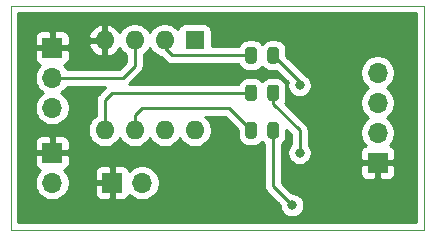
<source format=gbr>
%TF.GenerationSoftware,KiCad,Pcbnew,(5.1.6)-1*%
%TF.CreationDate,2020-09-18T09:58:32+02:00*%
%TF.ProjectId,rainbow-ledbar-CMS,7261696e-626f-4772-9d6c-65646261722d,rev?*%
%TF.SameCoordinates,Original*%
%TF.FileFunction,Copper,L1,Top*%
%TF.FilePolarity,Positive*%
%FSLAX46Y46*%
G04 Gerber Fmt 4.6, Leading zero omitted, Abs format (unit mm)*
G04 Created by KiCad (PCBNEW (5.1.6)-1) date 2020-09-18 09:58:32*
%MOMM*%
%LPD*%
G01*
G04 APERTURE LIST*
%TA.AperFunction,Profile*%
%ADD10C,0.050000*%
%TD*%
%TA.AperFunction,ComponentPad*%
%ADD11R,1.700000X1.700000*%
%TD*%
%TA.AperFunction,ComponentPad*%
%ADD12O,1.700000X1.700000*%
%TD*%
%TA.AperFunction,ComponentPad*%
%ADD13R,1.600000X1.600000*%
%TD*%
%TA.AperFunction,ComponentPad*%
%ADD14O,1.600000X1.600000*%
%TD*%
%TA.AperFunction,ViaPad*%
%ADD15C,0.800000*%
%TD*%
%TA.AperFunction,Conductor*%
%ADD16C,0.250000*%
%TD*%
%TA.AperFunction,Conductor*%
%ADD17C,0.254000*%
%TD*%
G04 APERTURE END LIST*
D10*
X140000000Y-91000000D02*
X140000000Y-72000000D01*
X175000000Y-91000000D02*
X140000000Y-91000000D01*
X175000000Y-72000000D02*
X175000000Y-91000000D01*
X140000000Y-72000000D02*
X175000000Y-72000000D01*
%TO.P,R1,1*%
%TO.N,B*%
%TA.AperFunction,SMDPad,CuDef*%
G36*
G01*
X159865000Y-79831250D02*
X159865000Y-78918750D01*
G75*
G02*
X160108750Y-78675000I243750J0D01*
G01*
X160596250Y-78675000D01*
G75*
G02*
X160840000Y-78918750I0J-243750D01*
G01*
X160840000Y-79831250D01*
G75*
G02*
X160596250Y-80075000I-243750J0D01*
G01*
X160108750Y-80075000D01*
G75*
G02*
X159865000Y-79831250I0J243750D01*
G01*
G37*
%TD.AperFunction*%
%TO.P,R1,2*%
%TO.N,Net-(Q1-Pad2)*%
%TA.AperFunction,SMDPad,CuDef*%
G36*
G01*
X161740000Y-79831250D02*
X161740000Y-78918750D01*
G75*
G02*
X161983750Y-78675000I243750J0D01*
G01*
X162471250Y-78675000D01*
G75*
G02*
X162715000Y-78918750I0J-243750D01*
G01*
X162715000Y-79831250D01*
G75*
G02*
X162471250Y-80075000I-243750J0D01*
G01*
X161983750Y-80075000D01*
G75*
G02*
X161740000Y-79831250I0J243750D01*
G01*
G37*
%TD.AperFunction*%
%TD*%
%TO.P,R2,2*%
%TO.N,Net-(Q2-Pad2)*%
%TA.AperFunction,SMDPad,CuDef*%
G36*
G01*
X161740000Y-83006250D02*
X161740000Y-82093750D01*
G75*
G02*
X161983750Y-81850000I243750J0D01*
G01*
X162471250Y-81850000D01*
G75*
G02*
X162715000Y-82093750I0J-243750D01*
G01*
X162715000Y-83006250D01*
G75*
G02*
X162471250Y-83250000I-243750J0D01*
G01*
X161983750Y-83250000D01*
G75*
G02*
X161740000Y-83006250I0J243750D01*
G01*
G37*
%TD.AperFunction*%
%TO.P,R2,1*%
%TO.N,G*%
%TA.AperFunction,SMDPad,CuDef*%
G36*
G01*
X159865000Y-83006250D02*
X159865000Y-82093750D01*
G75*
G02*
X160108750Y-81850000I243750J0D01*
G01*
X160596250Y-81850000D01*
G75*
G02*
X160840000Y-82093750I0J-243750D01*
G01*
X160840000Y-83006250D01*
G75*
G02*
X160596250Y-83250000I-243750J0D01*
G01*
X160108750Y-83250000D01*
G75*
G02*
X159865000Y-83006250I0J243750D01*
G01*
G37*
%TD.AperFunction*%
%TD*%
%TO.P,R3,1*%
%TO.N,R*%
%TA.AperFunction,SMDPad,CuDef*%
G36*
G01*
X159865000Y-76656250D02*
X159865000Y-75743750D01*
G75*
G02*
X160108750Y-75500000I243750J0D01*
G01*
X160596250Y-75500000D01*
G75*
G02*
X160840000Y-75743750I0J-243750D01*
G01*
X160840000Y-76656250D01*
G75*
G02*
X160596250Y-76900000I-243750J0D01*
G01*
X160108750Y-76900000D01*
G75*
G02*
X159865000Y-76656250I0J243750D01*
G01*
G37*
%TD.AperFunction*%
%TO.P,R3,2*%
%TO.N,Net-(Q3-Pad2)*%
%TA.AperFunction,SMDPad,CuDef*%
G36*
G01*
X161740000Y-76656250D02*
X161740000Y-75743750D01*
G75*
G02*
X161983750Y-75500000I243750J0D01*
G01*
X162471250Y-75500000D01*
G75*
G02*
X162715000Y-75743750I0J-243750D01*
G01*
X162715000Y-76656250D01*
G75*
G02*
X162471250Y-76900000I-243750J0D01*
G01*
X161983750Y-76900000D01*
G75*
G02*
X161740000Y-76656250I0J243750D01*
G01*
G37*
%TD.AperFunction*%
%TD*%
D11*
%TO.P,J1,1*%
%TO.N,GNDREF*%
X171069000Y-85300000D03*
D12*
%TO.P,J1,2*%
%TO.N,Net-(J1-Pad2)*%
X171069000Y-82760000D03*
%TO.P,J1,3*%
%TO.N,Net-(J1-Pad3)*%
X171069000Y-80220000D03*
%TO.P,J1,4*%
%TO.N,Net-(J1-Pad4)*%
X171069000Y-77680000D03*
%TD*%
D11*
%TO.P,J2,1*%
%TO.N,GNDREF*%
X148590000Y-86995000D03*
D12*
%TO.P,J2,2*%
%TO.N,Net-(D1-Pad2)*%
X151130000Y-86995000D03*
%TD*%
%TO.P,J3,2*%
%TO.N,PushButton*%
X143510000Y-86995000D03*
D11*
%TO.P,J3,1*%
%TO.N,GNDREF*%
X143510000Y-84455000D03*
%TD*%
%TO.P,J5,1*%
%TO.N,GNDREF*%
X143510000Y-75565000D03*
D12*
%TO.P,J5,2*%
%TO.N,Potentiom\u00E8tre*%
X143510000Y-78105000D03*
%TO.P,J5,3*%
%TO.N,VCC*%
X143510000Y-80645000D03*
%TD*%
D13*
%TO.P,U1,1*%
%TO.N,Net-(U1-Pad1)*%
X155575000Y-74930000D03*
D14*
%TO.P,U1,5*%
%TO.N,B*%
X147955000Y-82550000D03*
%TO.P,U1,2*%
%TO.N,R*%
X153035000Y-74930000D03*
%TO.P,U1,6*%
%TO.N,G*%
X150495000Y-82550000D03*
%TO.P,U1,3*%
%TO.N,Potentiom\u00E8tre*%
X150495000Y-74930000D03*
%TO.P,U1,7*%
%TO.N,PushButton*%
X153035000Y-82550000D03*
%TO.P,U1,4*%
%TO.N,GNDREF*%
X147955000Y-74930000D03*
%TO.P,U1,8*%
%TO.N,VCC*%
X155575000Y-82550000D03*
%TD*%
D15*
%TO.N,GNDREF*%
X153000000Y-78000000D03*
X173000000Y-74000000D03*
X173000000Y-89000000D03*
X156210000Y-84455000D03*
X146050000Y-88900000D03*
X159385000Y-73660000D03*
%TO.N,Net-(Q1-Pad2)*%
X164465000Y-84455000D03*
%TO.N,Net-(Q2-Pad2)*%
X163830000Y-88900000D03*
%TO.N,Net-(Q3-Pad2)*%
X164465000Y-78740000D03*
%TD*%
D16*
%TO.N,Potentiom\u00E8tre*%
X143510000Y-78105000D02*
X149479000Y-78105000D01*
X150495000Y-77089000D02*
X150495000Y-74930000D01*
X149479000Y-78105000D02*
X150495000Y-77089000D01*
%TO.N,Net-(Q1-Pad2)*%
X162227500Y-79375000D02*
X162227500Y-80312500D01*
X162227500Y-80312500D02*
X164465000Y-82550000D01*
X164465000Y-82550000D02*
X164465000Y-84455000D01*
%TO.N,Net-(Q2-Pad2)*%
X163195000Y-88265000D02*
X163830000Y-88900000D01*
X162227500Y-82550000D02*
X162227500Y-87297500D01*
X162227500Y-87297500D02*
X163195000Y-88265000D01*
%TO.N,Net-(Q3-Pad2)*%
X162227500Y-76200000D02*
X164465000Y-78437500D01*
X164465000Y-78437500D02*
X164465000Y-78740000D01*
%TO.N,B*%
X147955000Y-82550000D02*
X147955000Y-80010000D01*
X148590000Y-79375000D02*
X160352500Y-79375000D01*
X147955000Y-80010000D02*
X148590000Y-79375000D01*
%TO.N,G*%
X150495000Y-82550000D02*
X150495000Y-81280000D01*
X150495000Y-81280000D02*
X151130000Y-80645000D01*
X158447500Y-80645000D02*
X160352500Y-82550000D01*
X151130000Y-80645000D02*
X158447500Y-80645000D01*
%TO.N,R*%
X153035000Y-74930000D02*
X153035000Y-75565000D01*
X153670000Y-76200000D02*
X160352500Y-76200000D01*
X153035000Y-75565000D02*
X153670000Y-76200000D01*
%TD*%
D17*
%TO.N,GNDREF*%
G36*
X174340001Y-90340000D02*
G01*
X140660000Y-90340000D01*
X140660000Y-85305000D01*
X142021928Y-85305000D01*
X142034188Y-85429482D01*
X142070498Y-85549180D01*
X142129463Y-85659494D01*
X142208815Y-85756185D01*
X142305506Y-85835537D01*
X142415820Y-85894502D01*
X142488380Y-85916513D01*
X142356525Y-86048368D01*
X142194010Y-86291589D01*
X142082068Y-86561842D01*
X142025000Y-86848740D01*
X142025000Y-87141260D01*
X142082068Y-87428158D01*
X142194010Y-87698411D01*
X142356525Y-87941632D01*
X142563368Y-88148475D01*
X142806589Y-88310990D01*
X143076842Y-88422932D01*
X143363740Y-88480000D01*
X143656260Y-88480000D01*
X143943158Y-88422932D01*
X144213411Y-88310990D01*
X144456632Y-88148475D01*
X144663475Y-87941632D01*
X144728042Y-87845000D01*
X147101928Y-87845000D01*
X147114188Y-87969482D01*
X147150498Y-88089180D01*
X147209463Y-88199494D01*
X147288815Y-88296185D01*
X147385506Y-88375537D01*
X147495820Y-88434502D01*
X147615518Y-88470812D01*
X147740000Y-88483072D01*
X148304250Y-88480000D01*
X148463000Y-88321250D01*
X148463000Y-87122000D01*
X147263750Y-87122000D01*
X147105000Y-87280750D01*
X147101928Y-87845000D01*
X144728042Y-87845000D01*
X144825990Y-87698411D01*
X144937932Y-87428158D01*
X144995000Y-87141260D01*
X144995000Y-86848740D01*
X144937932Y-86561842D01*
X144825990Y-86291589D01*
X144728043Y-86145000D01*
X147101928Y-86145000D01*
X147105000Y-86709250D01*
X147263750Y-86868000D01*
X148463000Y-86868000D01*
X148463000Y-85668750D01*
X148717000Y-85668750D01*
X148717000Y-86868000D01*
X148737000Y-86868000D01*
X148737000Y-87122000D01*
X148717000Y-87122000D01*
X148717000Y-88321250D01*
X148875750Y-88480000D01*
X149440000Y-88483072D01*
X149564482Y-88470812D01*
X149684180Y-88434502D01*
X149794494Y-88375537D01*
X149891185Y-88296185D01*
X149970537Y-88199494D01*
X150029502Y-88089180D01*
X150051513Y-88016620D01*
X150183368Y-88148475D01*
X150426589Y-88310990D01*
X150696842Y-88422932D01*
X150983740Y-88480000D01*
X151276260Y-88480000D01*
X151563158Y-88422932D01*
X151833411Y-88310990D01*
X152076632Y-88148475D01*
X152283475Y-87941632D01*
X152445990Y-87698411D01*
X152557932Y-87428158D01*
X152615000Y-87141260D01*
X152615000Y-86848740D01*
X152557932Y-86561842D01*
X152445990Y-86291589D01*
X152283475Y-86048368D01*
X152076632Y-85841525D01*
X151833411Y-85679010D01*
X151563158Y-85567068D01*
X151276260Y-85510000D01*
X150983740Y-85510000D01*
X150696842Y-85567068D01*
X150426589Y-85679010D01*
X150183368Y-85841525D01*
X150051513Y-85973380D01*
X150029502Y-85900820D01*
X149970537Y-85790506D01*
X149891185Y-85693815D01*
X149794494Y-85614463D01*
X149684180Y-85555498D01*
X149564482Y-85519188D01*
X149440000Y-85506928D01*
X148875750Y-85510000D01*
X148717000Y-85668750D01*
X148463000Y-85668750D01*
X148304250Y-85510000D01*
X147740000Y-85506928D01*
X147615518Y-85519188D01*
X147495820Y-85555498D01*
X147385506Y-85614463D01*
X147288815Y-85693815D01*
X147209463Y-85790506D01*
X147150498Y-85900820D01*
X147114188Y-86020518D01*
X147101928Y-86145000D01*
X144728043Y-86145000D01*
X144663475Y-86048368D01*
X144531620Y-85916513D01*
X144604180Y-85894502D01*
X144714494Y-85835537D01*
X144811185Y-85756185D01*
X144890537Y-85659494D01*
X144949502Y-85549180D01*
X144985812Y-85429482D01*
X144998072Y-85305000D01*
X144995000Y-84740750D01*
X144836250Y-84582000D01*
X143637000Y-84582000D01*
X143637000Y-84602000D01*
X143383000Y-84602000D01*
X143383000Y-84582000D01*
X142183750Y-84582000D01*
X142025000Y-84740750D01*
X142021928Y-85305000D01*
X140660000Y-85305000D01*
X140660000Y-83605000D01*
X142021928Y-83605000D01*
X142025000Y-84169250D01*
X142183750Y-84328000D01*
X143383000Y-84328000D01*
X143383000Y-83128750D01*
X143637000Y-83128750D01*
X143637000Y-84328000D01*
X144836250Y-84328000D01*
X144995000Y-84169250D01*
X144998072Y-83605000D01*
X144985812Y-83480518D01*
X144949502Y-83360820D01*
X144890537Y-83250506D01*
X144811185Y-83153815D01*
X144714494Y-83074463D01*
X144604180Y-83015498D01*
X144484482Y-82979188D01*
X144360000Y-82966928D01*
X143795750Y-82970000D01*
X143637000Y-83128750D01*
X143383000Y-83128750D01*
X143224250Y-82970000D01*
X142660000Y-82966928D01*
X142535518Y-82979188D01*
X142415820Y-83015498D01*
X142305506Y-83074463D01*
X142208815Y-83153815D01*
X142129463Y-83250506D01*
X142070498Y-83360820D01*
X142034188Y-83480518D01*
X142021928Y-83605000D01*
X140660000Y-83605000D01*
X140660000Y-76415000D01*
X142021928Y-76415000D01*
X142034188Y-76539482D01*
X142070498Y-76659180D01*
X142129463Y-76769494D01*
X142208815Y-76866185D01*
X142305506Y-76945537D01*
X142415820Y-77004502D01*
X142488380Y-77026513D01*
X142356525Y-77158368D01*
X142194010Y-77401589D01*
X142082068Y-77671842D01*
X142025000Y-77958740D01*
X142025000Y-78251260D01*
X142082068Y-78538158D01*
X142194010Y-78808411D01*
X142356525Y-79051632D01*
X142563368Y-79258475D01*
X142737760Y-79375000D01*
X142563368Y-79491525D01*
X142356525Y-79698368D01*
X142194010Y-79941589D01*
X142082068Y-80211842D01*
X142025000Y-80498740D01*
X142025000Y-80791260D01*
X142082068Y-81078158D01*
X142194010Y-81348411D01*
X142356525Y-81591632D01*
X142563368Y-81798475D01*
X142806589Y-81960990D01*
X143076842Y-82072932D01*
X143363740Y-82130000D01*
X143656260Y-82130000D01*
X143943158Y-82072932D01*
X144213411Y-81960990D01*
X144456632Y-81798475D01*
X144663475Y-81591632D01*
X144825990Y-81348411D01*
X144937932Y-81078158D01*
X144995000Y-80791260D01*
X144995000Y-80498740D01*
X144937932Y-80211842D01*
X144825990Y-79941589D01*
X144663475Y-79698368D01*
X144456632Y-79491525D01*
X144282240Y-79375000D01*
X144456632Y-79258475D01*
X144663475Y-79051632D01*
X144788178Y-78865000D01*
X148025198Y-78865000D01*
X147443998Y-79446201D01*
X147415000Y-79469999D01*
X147391202Y-79498997D01*
X147391201Y-79498998D01*
X147320026Y-79585724D01*
X147249454Y-79717754D01*
X147228497Y-79786842D01*
X147205998Y-79861014D01*
X147202552Y-79895998D01*
X147191324Y-80010000D01*
X147195001Y-80047332D01*
X147195000Y-81331956D01*
X147040241Y-81435363D01*
X146840363Y-81635241D01*
X146683320Y-81870273D01*
X146575147Y-82131426D01*
X146520000Y-82408665D01*
X146520000Y-82691335D01*
X146575147Y-82968574D01*
X146683320Y-83229727D01*
X146840363Y-83464759D01*
X147040241Y-83664637D01*
X147275273Y-83821680D01*
X147536426Y-83929853D01*
X147813665Y-83985000D01*
X148096335Y-83985000D01*
X148373574Y-83929853D01*
X148634727Y-83821680D01*
X148869759Y-83664637D01*
X149069637Y-83464759D01*
X149225000Y-83232241D01*
X149380363Y-83464759D01*
X149580241Y-83664637D01*
X149815273Y-83821680D01*
X150076426Y-83929853D01*
X150353665Y-83985000D01*
X150636335Y-83985000D01*
X150913574Y-83929853D01*
X151174727Y-83821680D01*
X151409759Y-83664637D01*
X151609637Y-83464759D01*
X151765000Y-83232241D01*
X151920363Y-83464759D01*
X152120241Y-83664637D01*
X152355273Y-83821680D01*
X152616426Y-83929853D01*
X152893665Y-83985000D01*
X153176335Y-83985000D01*
X153453574Y-83929853D01*
X153714727Y-83821680D01*
X153949759Y-83664637D01*
X154149637Y-83464759D01*
X154305000Y-83232241D01*
X154460363Y-83464759D01*
X154660241Y-83664637D01*
X154895273Y-83821680D01*
X155156426Y-83929853D01*
X155433665Y-83985000D01*
X155716335Y-83985000D01*
X155993574Y-83929853D01*
X156254727Y-83821680D01*
X156489759Y-83664637D01*
X156689637Y-83464759D01*
X156846680Y-83229727D01*
X156954853Y-82968574D01*
X157010000Y-82691335D01*
X157010000Y-82408665D01*
X156954853Y-82131426D01*
X156846680Y-81870273D01*
X156689637Y-81635241D01*
X156489759Y-81435363D01*
X156444317Y-81405000D01*
X158132699Y-81405000D01*
X159226928Y-82499230D01*
X159226928Y-83006250D01*
X159243872Y-83178285D01*
X159294053Y-83343709D01*
X159375542Y-83496164D01*
X159485208Y-83629792D01*
X159618836Y-83739458D01*
X159771291Y-83820947D01*
X159936715Y-83871128D01*
X160108750Y-83888072D01*
X160596250Y-83888072D01*
X160768285Y-83871128D01*
X160933709Y-83820947D01*
X161086164Y-83739458D01*
X161219792Y-83629792D01*
X161290000Y-83544244D01*
X161360208Y-83629792D01*
X161467500Y-83717845D01*
X161467501Y-87260168D01*
X161463824Y-87297500D01*
X161478498Y-87446485D01*
X161521954Y-87589746D01*
X161592526Y-87721776D01*
X161663701Y-87808502D01*
X161687500Y-87837501D01*
X161716498Y-87861299D01*
X162683997Y-88828799D01*
X162684002Y-88828803D01*
X162795000Y-88939801D01*
X162795000Y-89001939D01*
X162834774Y-89201898D01*
X162912795Y-89390256D01*
X163026063Y-89559774D01*
X163170226Y-89703937D01*
X163339744Y-89817205D01*
X163528102Y-89895226D01*
X163728061Y-89935000D01*
X163931939Y-89935000D01*
X164131898Y-89895226D01*
X164320256Y-89817205D01*
X164489774Y-89703937D01*
X164633937Y-89559774D01*
X164747205Y-89390256D01*
X164825226Y-89201898D01*
X164865000Y-89001939D01*
X164865000Y-88798061D01*
X164825226Y-88598102D01*
X164747205Y-88409744D01*
X164633937Y-88240226D01*
X164489774Y-88096063D01*
X164320256Y-87982795D01*
X164131898Y-87904774D01*
X163931939Y-87865000D01*
X163869801Y-87865000D01*
X163758803Y-87754002D01*
X163758799Y-87753997D01*
X162987500Y-86982699D01*
X162987500Y-86150000D01*
X169580928Y-86150000D01*
X169593188Y-86274482D01*
X169629498Y-86394180D01*
X169688463Y-86504494D01*
X169767815Y-86601185D01*
X169864506Y-86680537D01*
X169974820Y-86739502D01*
X170094518Y-86775812D01*
X170219000Y-86788072D01*
X170783250Y-86785000D01*
X170942000Y-86626250D01*
X170942000Y-85427000D01*
X171196000Y-85427000D01*
X171196000Y-86626250D01*
X171354750Y-86785000D01*
X171919000Y-86788072D01*
X172043482Y-86775812D01*
X172163180Y-86739502D01*
X172273494Y-86680537D01*
X172370185Y-86601185D01*
X172449537Y-86504494D01*
X172508502Y-86394180D01*
X172544812Y-86274482D01*
X172557072Y-86150000D01*
X172554000Y-85585750D01*
X172395250Y-85427000D01*
X171196000Y-85427000D01*
X170942000Y-85427000D01*
X169742750Y-85427000D01*
X169584000Y-85585750D01*
X169580928Y-86150000D01*
X162987500Y-86150000D01*
X162987500Y-83717845D01*
X163094792Y-83629792D01*
X163204458Y-83496164D01*
X163285947Y-83343709D01*
X163336128Y-83178285D01*
X163353072Y-83006250D01*
X163353072Y-82512874D01*
X163705000Y-82864802D01*
X163705001Y-83751288D01*
X163661063Y-83795226D01*
X163547795Y-83964744D01*
X163469774Y-84153102D01*
X163430000Y-84353061D01*
X163430000Y-84556939D01*
X163469774Y-84756898D01*
X163547795Y-84945256D01*
X163661063Y-85114774D01*
X163805226Y-85258937D01*
X163974744Y-85372205D01*
X164163102Y-85450226D01*
X164363061Y-85490000D01*
X164566939Y-85490000D01*
X164766898Y-85450226D01*
X164955256Y-85372205D01*
X165124774Y-85258937D01*
X165268937Y-85114774D01*
X165382205Y-84945256D01*
X165460226Y-84756898D01*
X165500000Y-84556939D01*
X165500000Y-84450000D01*
X169580928Y-84450000D01*
X169584000Y-85014250D01*
X169742750Y-85173000D01*
X170942000Y-85173000D01*
X170942000Y-85153000D01*
X171196000Y-85153000D01*
X171196000Y-85173000D01*
X172395250Y-85173000D01*
X172554000Y-85014250D01*
X172557072Y-84450000D01*
X172544812Y-84325518D01*
X172508502Y-84205820D01*
X172449537Y-84095506D01*
X172370185Y-83998815D01*
X172273494Y-83919463D01*
X172163180Y-83860498D01*
X172090620Y-83838487D01*
X172222475Y-83706632D01*
X172384990Y-83463411D01*
X172496932Y-83193158D01*
X172554000Y-82906260D01*
X172554000Y-82613740D01*
X172496932Y-82326842D01*
X172384990Y-82056589D01*
X172222475Y-81813368D01*
X172015632Y-81606525D01*
X171841240Y-81490000D01*
X172015632Y-81373475D01*
X172222475Y-81166632D01*
X172384990Y-80923411D01*
X172496932Y-80653158D01*
X172554000Y-80366260D01*
X172554000Y-80073740D01*
X172496932Y-79786842D01*
X172384990Y-79516589D01*
X172222475Y-79273368D01*
X172015632Y-79066525D01*
X171841240Y-78950000D01*
X172015632Y-78833475D01*
X172222475Y-78626632D01*
X172384990Y-78383411D01*
X172496932Y-78113158D01*
X172554000Y-77826260D01*
X172554000Y-77533740D01*
X172496932Y-77246842D01*
X172384990Y-76976589D01*
X172222475Y-76733368D01*
X172015632Y-76526525D01*
X171772411Y-76364010D01*
X171502158Y-76252068D01*
X171215260Y-76195000D01*
X170922740Y-76195000D01*
X170635842Y-76252068D01*
X170365589Y-76364010D01*
X170122368Y-76526525D01*
X169915525Y-76733368D01*
X169753010Y-76976589D01*
X169641068Y-77246842D01*
X169584000Y-77533740D01*
X169584000Y-77826260D01*
X169641068Y-78113158D01*
X169753010Y-78383411D01*
X169915525Y-78626632D01*
X170122368Y-78833475D01*
X170296760Y-78950000D01*
X170122368Y-79066525D01*
X169915525Y-79273368D01*
X169753010Y-79516589D01*
X169641068Y-79786842D01*
X169584000Y-80073740D01*
X169584000Y-80366260D01*
X169641068Y-80653158D01*
X169753010Y-80923411D01*
X169915525Y-81166632D01*
X170122368Y-81373475D01*
X170296760Y-81490000D01*
X170122368Y-81606525D01*
X169915525Y-81813368D01*
X169753010Y-82056589D01*
X169641068Y-82326842D01*
X169584000Y-82613740D01*
X169584000Y-82906260D01*
X169641068Y-83193158D01*
X169753010Y-83463411D01*
X169915525Y-83706632D01*
X170047380Y-83838487D01*
X169974820Y-83860498D01*
X169864506Y-83919463D01*
X169767815Y-83998815D01*
X169688463Y-84095506D01*
X169629498Y-84205820D01*
X169593188Y-84325518D01*
X169580928Y-84450000D01*
X165500000Y-84450000D01*
X165500000Y-84353061D01*
X165460226Y-84153102D01*
X165382205Y-83964744D01*
X165268937Y-83795226D01*
X165225000Y-83751289D01*
X165225000Y-82587323D01*
X165228676Y-82550000D01*
X165225000Y-82512677D01*
X165225000Y-82512667D01*
X165214003Y-82401014D01*
X165170546Y-82257753D01*
X165099974Y-82125724D01*
X165005001Y-82009999D01*
X164976004Y-81986202D01*
X163241557Y-80251756D01*
X163285947Y-80168709D01*
X163336128Y-80003285D01*
X163353072Y-79831250D01*
X163353072Y-78918750D01*
X163336128Y-78746715D01*
X163285947Y-78581291D01*
X163204458Y-78428836D01*
X163094792Y-78295208D01*
X162961164Y-78185542D01*
X162808709Y-78104053D01*
X162643285Y-78053872D01*
X162471250Y-78036928D01*
X161983750Y-78036928D01*
X161811715Y-78053872D01*
X161646291Y-78104053D01*
X161493836Y-78185542D01*
X161360208Y-78295208D01*
X161290000Y-78380756D01*
X161219792Y-78295208D01*
X161086164Y-78185542D01*
X160933709Y-78104053D01*
X160768285Y-78053872D01*
X160596250Y-78036928D01*
X160108750Y-78036928D01*
X159936715Y-78053872D01*
X159771291Y-78104053D01*
X159618836Y-78185542D01*
X159485208Y-78295208D01*
X159375542Y-78428836D01*
X159294053Y-78581291D01*
X159283827Y-78615000D01*
X150043801Y-78615000D01*
X151006004Y-77652798D01*
X151035001Y-77629001D01*
X151087526Y-77564999D01*
X151129974Y-77513277D01*
X151200546Y-77381247D01*
X151211541Y-77345000D01*
X151244003Y-77237986D01*
X151255000Y-77126333D01*
X151255000Y-77126323D01*
X151258676Y-77089000D01*
X151255000Y-77051678D01*
X151255000Y-76148043D01*
X151409759Y-76044637D01*
X151609637Y-75844759D01*
X151765000Y-75612241D01*
X151920363Y-75844759D01*
X152120241Y-76044637D01*
X152355273Y-76201680D01*
X152616426Y-76309853D01*
X152727058Y-76331859D01*
X153106200Y-76711002D01*
X153129999Y-76740001D01*
X153158997Y-76763799D01*
X153245724Y-76834974D01*
X153377753Y-76905546D01*
X153521014Y-76949003D01*
X153670000Y-76963677D01*
X153707333Y-76960000D01*
X159283827Y-76960000D01*
X159294053Y-76993709D01*
X159375542Y-77146164D01*
X159485208Y-77279792D01*
X159618836Y-77389458D01*
X159771291Y-77470947D01*
X159936715Y-77521128D01*
X160108750Y-77538072D01*
X160596250Y-77538072D01*
X160768285Y-77521128D01*
X160933709Y-77470947D01*
X161086164Y-77389458D01*
X161219792Y-77279792D01*
X161290000Y-77194244D01*
X161360208Y-77279792D01*
X161493836Y-77389458D01*
X161646291Y-77470947D01*
X161811715Y-77521128D01*
X161983750Y-77538072D01*
X162471250Y-77538072D01*
X162489020Y-77536322D01*
X163456671Y-78503973D01*
X163430000Y-78638061D01*
X163430000Y-78841939D01*
X163469774Y-79041898D01*
X163547795Y-79230256D01*
X163661063Y-79399774D01*
X163805226Y-79543937D01*
X163974744Y-79657205D01*
X164163102Y-79735226D01*
X164363061Y-79775000D01*
X164566939Y-79775000D01*
X164766898Y-79735226D01*
X164955256Y-79657205D01*
X165124774Y-79543937D01*
X165268937Y-79399774D01*
X165382205Y-79230256D01*
X165460226Y-79041898D01*
X165500000Y-78841939D01*
X165500000Y-78638061D01*
X165460226Y-78438102D01*
X165382205Y-78249744D01*
X165268937Y-78080226D01*
X165124774Y-77936063D01*
X164955256Y-77822795D01*
X164903771Y-77801469D01*
X163353072Y-76250771D01*
X163353072Y-75743750D01*
X163336128Y-75571715D01*
X163285947Y-75406291D01*
X163204458Y-75253836D01*
X163094792Y-75120208D01*
X162961164Y-75010542D01*
X162808709Y-74929053D01*
X162643285Y-74878872D01*
X162471250Y-74861928D01*
X161983750Y-74861928D01*
X161811715Y-74878872D01*
X161646291Y-74929053D01*
X161493836Y-75010542D01*
X161360208Y-75120208D01*
X161290000Y-75205756D01*
X161219792Y-75120208D01*
X161086164Y-75010542D01*
X160933709Y-74929053D01*
X160768285Y-74878872D01*
X160596250Y-74861928D01*
X160108750Y-74861928D01*
X159936715Y-74878872D01*
X159771291Y-74929053D01*
X159618836Y-75010542D01*
X159485208Y-75120208D01*
X159375542Y-75253836D01*
X159294053Y-75406291D01*
X159283827Y-75440000D01*
X157013072Y-75440000D01*
X157013072Y-74130000D01*
X157000812Y-74005518D01*
X156964502Y-73885820D01*
X156905537Y-73775506D01*
X156826185Y-73678815D01*
X156729494Y-73599463D01*
X156619180Y-73540498D01*
X156499482Y-73504188D01*
X156375000Y-73491928D01*
X154775000Y-73491928D01*
X154650518Y-73504188D01*
X154530820Y-73540498D01*
X154420506Y-73599463D01*
X154323815Y-73678815D01*
X154244463Y-73775506D01*
X154185498Y-73885820D01*
X154149188Y-74005518D01*
X154148357Y-74013961D01*
X153949759Y-73815363D01*
X153714727Y-73658320D01*
X153453574Y-73550147D01*
X153176335Y-73495000D01*
X152893665Y-73495000D01*
X152616426Y-73550147D01*
X152355273Y-73658320D01*
X152120241Y-73815363D01*
X151920363Y-74015241D01*
X151765000Y-74247759D01*
X151609637Y-74015241D01*
X151409759Y-73815363D01*
X151174727Y-73658320D01*
X150913574Y-73550147D01*
X150636335Y-73495000D01*
X150353665Y-73495000D01*
X150076426Y-73550147D01*
X149815273Y-73658320D01*
X149580241Y-73815363D01*
X149380363Y-74015241D01*
X149223320Y-74250273D01*
X149218933Y-74260865D01*
X149107385Y-74074869D01*
X148918414Y-73866481D01*
X148692420Y-73698963D01*
X148438087Y-73578754D01*
X148304039Y-73538096D01*
X148082000Y-73660085D01*
X148082000Y-74803000D01*
X148102000Y-74803000D01*
X148102000Y-75057000D01*
X148082000Y-75057000D01*
X148082000Y-76199915D01*
X148304039Y-76321904D01*
X148438087Y-76281246D01*
X148692420Y-76161037D01*
X148918414Y-75993519D01*
X149107385Y-75785131D01*
X149218933Y-75599135D01*
X149223320Y-75609727D01*
X149380363Y-75844759D01*
X149580241Y-76044637D01*
X149735000Y-76148044D01*
X149735000Y-76774198D01*
X149164199Y-77345000D01*
X144788178Y-77345000D01*
X144663475Y-77158368D01*
X144531620Y-77026513D01*
X144604180Y-77004502D01*
X144714494Y-76945537D01*
X144811185Y-76866185D01*
X144890537Y-76769494D01*
X144949502Y-76659180D01*
X144985812Y-76539482D01*
X144998072Y-76415000D01*
X144995000Y-75850750D01*
X144836250Y-75692000D01*
X143637000Y-75692000D01*
X143637000Y-75712000D01*
X143383000Y-75712000D01*
X143383000Y-75692000D01*
X142183750Y-75692000D01*
X142025000Y-75850750D01*
X142021928Y-76415000D01*
X140660000Y-76415000D01*
X140660000Y-74715000D01*
X142021928Y-74715000D01*
X142025000Y-75279250D01*
X142183750Y-75438000D01*
X143383000Y-75438000D01*
X143383000Y-74238750D01*
X143637000Y-74238750D01*
X143637000Y-75438000D01*
X144836250Y-75438000D01*
X144995000Y-75279250D01*
X144995001Y-75279040D01*
X146563091Y-75279040D01*
X146657930Y-75543881D01*
X146802615Y-75785131D01*
X146991586Y-75993519D01*
X147217580Y-76161037D01*
X147471913Y-76281246D01*
X147605961Y-76321904D01*
X147828000Y-76199915D01*
X147828000Y-75057000D01*
X146684376Y-75057000D01*
X146563091Y-75279040D01*
X144995001Y-75279040D01*
X144998072Y-74715000D01*
X144985812Y-74590518D01*
X144982913Y-74580960D01*
X146563091Y-74580960D01*
X146684376Y-74803000D01*
X147828000Y-74803000D01*
X147828000Y-73660085D01*
X147605961Y-73538096D01*
X147471913Y-73578754D01*
X147217580Y-73698963D01*
X146991586Y-73866481D01*
X146802615Y-74074869D01*
X146657930Y-74316119D01*
X146563091Y-74580960D01*
X144982913Y-74580960D01*
X144949502Y-74470820D01*
X144890537Y-74360506D01*
X144811185Y-74263815D01*
X144714494Y-74184463D01*
X144604180Y-74125498D01*
X144484482Y-74089188D01*
X144360000Y-74076928D01*
X143795750Y-74080000D01*
X143637000Y-74238750D01*
X143383000Y-74238750D01*
X143224250Y-74080000D01*
X142660000Y-74076928D01*
X142535518Y-74089188D01*
X142415820Y-74125498D01*
X142305506Y-74184463D01*
X142208815Y-74263815D01*
X142129463Y-74360506D01*
X142070498Y-74470820D01*
X142034188Y-74590518D01*
X142021928Y-74715000D01*
X140660000Y-74715000D01*
X140660000Y-72660000D01*
X174340000Y-72660000D01*
X174340001Y-90340000D01*
G37*
X174340001Y-90340000D02*
X140660000Y-90340000D01*
X140660000Y-85305000D01*
X142021928Y-85305000D01*
X142034188Y-85429482D01*
X142070498Y-85549180D01*
X142129463Y-85659494D01*
X142208815Y-85756185D01*
X142305506Y-85835537D01*
X142415820Y-85894502D01*
X142488380Y-85916513D01*
X142356525Y-86048368D01*
X142194010Y-86291589D01*
X142082068Y-86561842D01*
X142025000Y-86848740D01*
X142025000Y-87141260D01*
X142082068Y-87428158D01*
X142194010Y-87698411D01*
X142356525Y-87941632D01*
X142563368Y-88148475D01*
X142806589Y-88310990D01*
X143076842Y-88422932D01*
X143363740Y-88480000D01*
X143656260Y-88480000D01*
X143943158Y-88422932D01*
X144213411Y-88310990D01*
X144456632Y-88148475D01*
X144663475Y-87941632D01*
X144728042Y-87845000D01*
X147101928Y-87845000D01*
X147114188Y-87969482D01*
X147150498Y-88089180D01*
X147209463Y-88199494D01*
X147288815Y-88296185D01*
X147385506Y-88375537D01*
X147495820Y-88434502D01*
X147615518Y-88470812D01*
X147740000Y-88483072D01*
X148304250Y-88480000D01*
X148463000Y-88321250D01*
X148463000Y-87122000D01*
X147263750Y-87122000D01*
X147105000Y-87280750D01*
X147101928Y-87845000D01*
X144728042Y-87845000D01*
X144825990Y-87698411D01*
X144937932Y-87428158D01*
X144995000Y-87141260D01*
X144995000Y-86848740D01*
X144937932Y-86561842D01*
X144825990Y-86291589D01*
X144728043Y-86145000D01*
X147101928Y-86145000D01*
X147105000Y-86709250D01*
X147263750Y-86868000D01*
X148463000Y-86868000D01*
X148463000Y-85668750D01*
X148717000Y-85668750D01*
X148717000Y-86868000D01*
X148737000Y-86868000D01*
X148737000Y-87122000D01*
X148717000Y-87122000D01*
X148717000Y-88321250D01*
X148875750Y-88480000D01*
X149440000Y-88483072D01*
X149564482Y-88470812D01*
X149684180Y-88434502D01*
X149794494Y-88375537D01*
X149891185Y-88296185D01*
X149970537Y-88199494D01*
X150029502Y-88089180D01*
X150051513Y-88016620D01*
X150183368Y-88148475D01*
X150426589Y-88310990D01*
X150696842Y-88422932D01*
X150983740Y-88480000D01*
X151276260Y-88480000D01*
X151563158Y-88422932D01*
X151833411Y-88310990D01*
X152076632Y-88148475D01*
X152283475Y-87941632D01*
X152445990Y-87698411D01*
X152557932Y-87428158D01*
X152615000Y-87141260D01*
X152615000Y-86848740D01*
X152557932Y-86561842D01*
X152445990Y-86291589D01*
X152283475Y-86048368D01*
X152076632Y-85841525D01*
X151833411Y-85679010D01*
X151563158Y-85567068D01*
X151276260Y-85510000D01*
X150983740Y-85510000D01*
X150696842Y-85567068D01*
X150426589Y-85679010D01*
X150183368Y-85841525D01*
X150051513Y-85973380D01*
X150029502Y-85900820D01*
X149970537Y-85790506D01*
X149891185Y-85693815D01*
X149794494Y-85614463D01*
X149684180Y-85555498D01*
X149564482Y-85519188D01*
X149440000Y-85506928D01*
X148875750Y-85510000D01*
X148717000Y-85668750D01*
X148463000Y-85668750D01*
X148304250Y-85510000D01*
X147740000Y-85506928D01*
X147615518Y-85519188D01*
X147495820Y-85555498D01*
X147385506Y-85614463D01*
X147288815Y-85693815D01*
X147209463Y-85790506D01*
X147150498Y-85900820D01*
X147114188Y-86020518D01*
X147101928Y-86145000D01*
X144728043Y-86145000D01*
X144663475Y-86048368D01*
X144531620Y-85916513D01*
X144604180Y-85894502D01*
X144714494Y-85835537D01*
X144811185Y-85756185D01*
X144890537Y-85659494D01*
X144949502Y-85549180D01*
X144985812Y-85429482D01*
X144998072Y-85305000D01*
X144995000Y-84740750D01*
X144836250Y-84582000D01*
X143637000Y-84582000D01*
X143637000Y-84602000D01*
X143383000Y-84602000D01*
X143383000Y-84582000D01*
X142183750Y-84582000D01*
X142025000Y-84740750D01*
X142021928Y-85305000D01*
X140660000Y-85305000D01*
X140660000Y-83605000D01*
X142021928Y-83605000D01*
X142025000Y-84169250D01*
X142183750Y-84328000D01*
X143383000Y-84328000D01*
X143383000Y-83128750D01*
X143637000Y-83128750D01*
X143637000Y-84328000D01*
X144836250Y-84328000D01*
X144995000Y-84169250D01*
X144998072Y-83605000D01*
X144985812Y-83480518D01*
X144949502Y-83360820D01*
X144890537Y-83250506D01*
X144811185Y-83153815D01*
X144714494Y-83074463D01*
X144604180Y-83015498D01*
X144484482Y-82979188D01*
X144360000Y-82966928D01*
X143795750Y-82970000D01*
X143637000Y-83128750D01*
X143383000Y-83128750D01*
X143224250Y-82970000D01*
X142660000Y-82966928D01*
X142535518Y-82979188D01*
X142415820Y-83015498D01*
X142305506Y-83074463D01*
X142208815Y-83153815D01*
X142129463Y-83250506D01*
X142070498Y-83360820D01*
X142034188Y-83480518D01*
X142021928Y-83605000D01*
X140660000Y-83605000D01*
X140660000Y-76415000D01*
X142021928Y-76415000D01*
X142034188Y-76539482D01*
X142070498Y-76659180D01*
X142129463Y-76769494D01*
X142208815Y-76866185D01*
X142305506Y-76945537D01*
X142415820Y-77004502D01*
X142488380Y-77026513D01*
X142356525Y-77158368D01*
X142194010Y-77401589D01*
X142082068Y-77671842D01*
X142025000Y-77958740D01*
X142025000Y-78251260D01*
X142082068Y-78538158D01*
X142194010Y-78808411D01*
X142356525Y-79051632D01*
X142563368Y-79258475D01*
X142737760Y-79375000D01*
X142563368Y-79491525D01*
X142356525Y-79698368D01*
X142194010Y-79941589D01*
X142082068Y-80211842D01*
X142025000Y-80498740D01*
X142025000Y-80791260D01*
X142082068Y-81078158D01*
X142194010Y-81348411D01*
X142356525Y-81591632D01*
X142563368Y-81798475D01*
X142806589Y-81960990D01*
X143076842Y-82072932D01*
X143363740Y-82130000D01*
X143656260Y-82130000D01*
X143943158Y-82072932D01*
X144213411Y-81960990D01*
X144456632Y-81798475D01*
X144663475Y-81591632D01*
X144825990Y-81348411D01*
X144937932Y-81078158D01*
X144995000Y-80791260D01*
X144995000Y-80498740D01*
X144937932Y-80211842D01*
X144825990Y-79941589D01*
X144663475Y-79698368D01*
X144456632Y-79491525D01*
X144282240Y-79375000D01*
X144456632Y-79258475D01*
X144663475Y-79051632D01*
X144788178Y-78865000D01*
X148025198Y-78865000D01*
X147443998Y-79446201D01*
X147415000Y-79469999D01*
X147391202Y-79498997D01*
X147391201Y-79498998D01*
X147320026Y-79585724D01*
X147249454Y-79717754D01*
X147228497Y-79786842D01*
X147205998Y-79861014D01*
X147202552Y-79895998D01*
X147191324Y-80010000D01*
X147195001Y-80047332D01*
X147195000Y-81331956D01*
X147040241Y-81435363D01*
X146840363Y-81635241D01*
X146683320Y-81870273D01*
X146575147Y-82131426D01*
X146520000Y-82408665D01*
X146520000Y-82691335D01*
X146575147Y-82968574D01*
X146683320Y-83229727D01*
X146840363Y-83464759D01*
X147040241Y-83664637D01*
X147275273Y-83821680D01*
X147536426Y-83929853D01*
X147813665Y-83985000D01*
X148096335Y-83985000D01*
X148373574Y-83929853D01*
X148634727Y-83821680D01*
X148869759Y-83664637D01*
X149069637Y-83464759D01*
X149225000Y-83232241D01*
X149380363Y-83464759D01*
X149580241Y-83664637D01*
X149815273Y-83821680D01*
X150076426Y-83929853D01*
X150353665Y-83985000D01*
X150636335Y-83985000D01*
X150913574Y-83929853D01*
X151174727Y-83821680D01*
X151409759Y-83664637D01*
X151609637Y-83464759D01*
X151765000Y-83232241D01*
X151920363Y-83464759D01*
X152120241Y-83664637D01*
X152355273Y-83821680D01*
X152616426Y-83929853D01*
X152893665Y-83985000D01*
X153176335Y-83985000D01*
X153453574Y-83929853D01*
X153714727Y-83821680D01*
X153949759Y-83664637D01*
X154149637Y-83464759D01*
X154305000Y-83232241D01*
X154460363Y-83464759D01*
X154660241Y-83664637D01*
X154895273Y-83821680D01*
X155156426Y-83929853D01*
X155433665Y-83985000D01*
X155716335Y-83985000D01*
X155993574Y-83929853D01*
X156254727Y-83821680D01*
X156489759Y-83664637D01*
X156689637Y-83464759D01*
X156846680Y-83229727D01*
X156954853Y-82968574D01*
X157010000Y-82691335D01*
X157010000Y-82408665D01*
X156954853Y-82131426D01*
X156846680Y-81870273D01*
X156689637Y-81635241D01*
X156489759Y-81435363D01*
X156444317Y-81405000D01*
X158132699Y-81405000D01*
X159226928Y-82499230D01*
X159226928Y-83006250D01*
X159243872Y-83178285D01*
X159294053Y-83343709D01*
X159375542Y-83496164D01*
X159485208Y-83629792D01*
X159618836Y-83739458D01*
X159771291Y-83820947D01*
X159936715Y-83871128D01*
X160108750Y-83888072D01*
X160596250Y-83888072D01*
X160768285Y-83871128D01*
X160933709Y-83820947D01*
X161086164Y-83739458D01*
X161219792Y-83629792D01*
X161290000Y-83544244D01*
X161360208Y-83629792D01*
X161467500Y-83717845D01*
X161467501Y-87260168D01*
X161463824Y-87297500D01*
X161478498Y-87446485D01*
X161521954Y-87589746D01*
X161592526Y-87721776D01*
X161663701Y-87808502D01*
X161687500Y-87837501D01*
X161716498Y-87861299D01*
X162683997Y-88828799D01*
X162684002Y-88828803D01*
X162795000Y-88939801D01*
X162795000Y-89001939D01*
X162834774Y-89201898D01*
X162912795Y-89390256D01*
X163026063Y-89559774D01*
X163170226Y-89703937D01*
X163339744Y-89817205D01*
X163528102Y-89895226D01*
X163728061Y-89935000D01*
X163931939Y-89935000D01*
X164131898Y-89895226D01*
X164320256Y-89817205D01*
X164489774Y-89703937D01*
X164633937Y-89559774D01*
X164747205Y-89390256D01*
X164825226Y-89201898D01*
X164865000Y-89001939D01*
X164865000Y-88798061D01*
X164825226Y-88598102D01*
X164747205Y-88409744D01*
X164633937Y-88240226D01*
X164489774Y-88096063D01*
X164320256Y-87982795D01*
X164131898Y-87904774D01*
X163931939Y-87865000D01*
X163869801Y-87865000D01*
X163758803Y-87754002D01*
X163758799Y-87753997D01*
X162987500Y-86982699D01*
X162987500Y-86150000D01*
X169580928Y-86150000D01*
X169593188Y-86274482D01*
X169629498Y-86394180D01*
X169688463Y-86504494D01*
X169767815Y-86601185D01*
X169864506Y-86680537D01*
X169974820Y-86739502D01*
X170094518Y-86775812D01*
X170219000Y-86788072D01*
X170783250Y-86785000D01*
X170942000Y-86626250D01*
X170942000Y-85427000D01*
X171196000Y-85427000D01*
X171196000Y-86626250D01*
X171354750Y-86785000D01*
X171919000Y-86788072D01*
X172043482Y-86775812D01*
X172163180Y-86739502D01*
X172273494Y-86680537D01*
X172370185Y-86601185D01*
X172449537Y-86504494D01*
X172508502Y-86394180D01*
X172544812Y-86274482D01*
X172557072Y-86150000D01*
X172554000Y-85585750D01*
X172395250Y-85427000D01*
X171196000Y-85427000D01*
X170942000Y-85427000D01*
X169742750Y-85427000D01*
X169584000Y-85585750D01*
X169580928Y-86150000D01*
X162987500Y-86150000D01*
X162987500Y-83717845D01*
X163094792Y-83629792D01*
X163204458Y-83496164D01*
X163285947Y-83343709D01*
X163336128Y-83178285D01*
X163353072Y-83006250D01*
X163353072Y-82512874D01*
X163705000Y-82864802D01*
X163705001Y-83751288D01*
X163661063Y-83795226D01*
X163547795Y-83964744D01*
X163469774Y-84153102D01*
X163430000Y-84353061D01*
X163430000Y-84556939D01*
X163469774Y-84756898D01*
X163547795Y-84945256D01*
X163661063Y-85114774D01*
X163805226Y-85258937D01*
X163974744Y-85372205D01*
X164163102Y-85450226D01*
X164363061Y-85490000D01*
X164566939Y-85490000D01*
X164766898Y-85450226D01*
X164955256Y-85372205D01*
X165124774Y-85258937D01*
X165268937Y-85114774D01*
X165382205Y-84945256D01*
X165460226Y-84756898D01*
X165500000Y-84556939D01*
X165500000Y-84450000D01*
X169580928Y-84450000D01*
X169584000Y-85014250D01*
X169742750Y-85173000D01*
X170942000Y-85173000D01*
X170942000Y-85153000D01*
X171196000Y-85153000D01*
X171196000Y-85173000D01*
X172395250Y-85173000D01*
X172554000Y-85014250D01*
X172557072Y-84450000D01*
X172544812Y-84325518D01*
X172508502Y-84205820D01*
X172449537Y-84095506D01*
X172370185Y-83998815D01*
X172273494Y-83919463D01*
X172163180Y-83860498D01*
X172090620Y-83838487D01*
X172222475Y-83706632D01*
X172384990Y-83463411D01*
X172496932Y-83193158D01*
X172554000Y-82906260D01*
X172554000Y-82613740D01*
X172496932Y-82326842D01*
X172384990Y-82056589D01*
X172222475Y-81813368D01*
X172015632Y-81606525D01*
X171841240Y-81490000D01*
X172015632Y-81373475D01*
X172222475Y-81166632D01*
X172384990Y-80923411D01*
X172496932Y-80653158D01*
X172554000Y-80366260D01*
X172554000Y-80073740D01*
X172496932Y-79786842D01*
X172384990Y-79516589D01*
X172222475Y-79273368D01*
X172015632Y-79066525D01*
X171841240Y-78950000D01*
X172015632Y-78833475D01*
X172222475Y-78626632D01*
X172384990Y-78383411D01*
X172496932Y-78113158D01*
X172554000Y-77826260D01*
X172554000Y-77533740D01*
X172496932Y-77246842D01*
X172384990Y-76976589D01*
X172222475Y-76733368D01*
X172015632Y-76526525D01*
X171772411Y-76364010D01*
X171502158Y-76252068D01*
X171215260Y-76195000D01*
X170922740Y-76195000D01*
X170635842Y-76252068D01*
X170365589Y-76364010D01*
X170122368Y-76526525D01*
X169915525Y-76733368D01*
X169753010Y-76976589D01*
X169641068Y-77246842D01*
X169584000Y-77533740D01*
X169584000Y-77826260D01*
X169641068Y-78113158D01*
X169753010Y-78383411D01*
X169915525Y-78626632D01*
X170122368Y-78833475D01*
X170296760Y-78950000D01*
X170122368Y-79066525D01*
X169915525Y-79273368D01*
X169753010Y-79516589D01*
X169641068Y-79786842D01*
X169584000Y-80073740D01*
X169584000Y-80366260D01*
X169641068Y-80653158D01*
X169753010Y-80923411D01*
X169915525Y-81166632D01*
X170122368Y-81373475D01*
X170296760Y-81490000D01*
X170122368Y-81606525D01*
X169915525Y-81813368D01*
X169753010Y-82056589D01*
X169641068Y-82326842D01*
X169584000Y-82613740D01*
X169584000Y-82906260D01*
X169641068Y-83193158D01*
X169753010Y-83463411D01*
X169915525Y-83706632D01*
X170047380Y-83838487D01*
X169974820Y-83860498D01*
X169864506Y-83919463D01*
X169767815Y-83998815D01*
X169688463Y-84095506D01*
X169629498Y-84205820D01*
X169593188Y-84325518D01*
X169580928Y-84450000D01*
X165500000Y-84450000D01*
X165500000Y-84353061D01*
X165460226Y-84153102D01*
X165382205Y-83964744D01*
X165268937Y-83795226D01*
X165225000Y-83751289D01*
X165225000Y-82587323D01*
X165228676Y-82550000D01*
X165225000Y-82512677D01*
X165225000Y-82512667D01*
X165214003Y-82401014D01*
X165170546Y-82257753D01*
X165099974Y-82125724D01*
X165005001Y-82009999D01*
X164976004Y-81986202D01*
X163241557Y-80251756D01*
X163285947Y-80168709D01*
X163336128Y-80003285D01*
X163353072Y-79831250D01*
X163353072Y-78918750D01*
X163336128Y-78746715D01*
X163285947Y-78581291D01*
X163204458Y-78428836D01*
X163094792Y-78295208D01*
X162961164Y-78185542D01*
X162808709Y-78104053D01*
X162643285Y-78053872D01*
X162471250Y-78036928D01*
X161983750Y-78036928D01*
X161811715Y-78053872D01*
X161646291Y-78104053D01*
X161493836Y-78185542D01*
X161360208Y-78295208D01*
X161290000Y-78380756D01*
X161219792Y-78295208D01*
X161086164Y-78185542D01*
X160933709Y-78104053D01*
X160768285Y-78053872D01*
X160596250Y-78036928D01*
X160108750Y-78036928D01*
X159936715Y-78053872D01*
X159771291Y-78104053D01*
X159618836Y-78185542D01*
X159485208Y-78295208D01*
X159375542Y-78428836D01*
X159294053Y-78581291D01*
X159283827Y-78615000D01*
X150043801Y-78615000D01*
X151006004Y-77652798D01*
X151035001Y-77629001D01*
X151087526Y-77564999D01*
X151129974Y-77513277D01*
X151200546Y-77381247D01*
X151211541Y-77345000D01*
X151244003Y-77237986D01*
X151255000Y-77126333D01*
X151255000Y-77126323D01*
X151258676Y-77089000D01*
X151255000Y-77051678D01*
X151255000Y-76148043D01*
X151409759Y-76044637D01*
X151609637Y-75844759D01*
X151765000Y-75612241D01*
X151920363Y-75844759D01*
X152120241Y-76044637D01*
X152355273Y-76201680D01*
X152616426Y-76309853D01*
X152727058Y-76331859D01*
X153106200Y-76711002D01*
X153129999Y-76740001D01*
X153158997Y-76763799D01*
X153245724Y-76834974D01*
X153377753Y-76905546D01*
X153521014Y-76949003D01*
X153670000Y-76963677D01*
X153707333Y-76960000D01*
X159283827Y-76960000D01*
X159294053Y-76993709D01*
X159375542Y-77146164D01*
X159485208Y-77279792D01*
X159618836Y-77389458D01*
X159771291Y-77470947D01*
X159936715Y-77521128D01*
X160108750Y-77538072D01*
X160596250Y-77538072D01*
X160768285Y-77521128D01*
X160933709Y-77470947D01*
X161086164Y-77389458D01*
X161219792Y-77279792D01*
X161290000Y-77194244D01*
X161360208Y-77279792D01*
X161493836Y-77389458D01*
X161646291Y-77470947D01*
X161811715Y-77521128D01*
X161983750Y-77538072D01*
X162471250Y-77538072D01*
X162489020Y-77536322D01*
X163456671Y-78503973D01*
X163430000Y-78638061D01*
X163430000Y-78841939D01*
X163469774Y-79041898D01*
X163547795Y-79230256D01*
X163661063Y-79399774D01*
X163805226Y-79543937D01*
X163974744Y-79657205D01*
X164163102Y-79735226D01*
X164363061Y-79775000D01*
X164566939Y-79775000D01*
X164766898Y-79735226D01*
X164955256Y-79657205D01*
X165124774Y-79543937D01*
X165268937Y-79399774D01*
X165382205Y-79230256D01*
X165460226Y-79041898D01*
X165500000Y-78841939D01*
X165500000Y-78638061D01*
X165460226Y-78438102D01*
X165382205Y-78249744D01*
X165268937Y-78080226D01*
X165124774Y-77936063D01*
X164955256Y-77822795D01*
X164903771Y-77801469D01*
X163353072Y-76250771D01*
X163353072Y-75743750D01*
X163336128Y-75571715D01*
X163285947Y-75406291D01*
X163204458Y-75253836D01*
X163094792Y-75120208D01*
X162961164Y-75010542D01*
X162808709Y-74929053D01*
X162643285Y-74878872D01*
X162471250Y-74861928D01*
X161983750Y-74861928D01*
X161811715Y-74878872D01*
X161646291Y-74929053D01*
X161493836Y-75010542D01*
X161360208Y-75120208D01*
X161290000Y-75205756D01*
X161219792Y-75120208D01*
X161086164Y-75010542D01*
X160933709Y-74929053D01*
X160768285Y-74878872D01*
X160596250Y-74861928D01*
X160108750Y-74861928D01*
X159936715Y-74878872D01*
X159771291Y-74929053D01*
X159618836Y-75010542D01*
X159485208Y-75120208D01*
X159375542Y-75253836D01*
X159294053Y-75406291D01*
X159283827Y-75440000D01*
X157013072Y-75440000D01*
X157013072Y-74130000D01*
X157000812Y-74005518D01*
X156964502Y-73885820D01*
X156905537Y-73775506D01*
X156826185Y-73678815D01*
X156729494Y-73599463D01*
X156619180Y-73540498D01*
X156499482Y-73504188D01*
X156375000Y-73491928D01*
X154775000Y-73491928D01*
X154650518Y-73504188D01*
X154530820Y-73540498D01*
X154420506Y-73599463D01*
X154323815Y-73678815D01*
X154244463Y-73775506D01*
X154185498Y-73885820D01*
X154149188Y-74005518D01*
X154148357Y-74013961D01*
X153949759Y-73815363D01*
X153714727Y-73658320D01*
X153453574Y-73550147D01*
X153176335Y-73495000D01*
X152893665Y-73495000D01*
X152616426Y-73550147D01*
X152355273Y-73658320D01*
X152120241Y-73815363D01*
X151920363Y-74015241D01*
X151765000Y-74247759D01*
X151609637Y-74015241D01*
X151409759Y-73815363D01*
X151174727Y-73658320D01*
X150913574Y-73550147D01*
X150636335Y-73495000D01*
X150353665Y-73495000D01*
X150076426Y-73550147D01*
X149815273Y-73658320D01*
X149580241Y-73815363D01*
X149380363Y-74015241D01*
X149223320Y-74250273D01*
X149218933Y-74260865D01*
X149107385Y-74074869D01*
X148918414Y-73866481D01*
X148692420Y-73698963D01*
X148438087Y-73578754D01*
X148304039Y-73538096D01*
X148082000Y-73660085D01*
X148082000Y-74803000D01*
X148102000Y-74803000D01*
X148102000Y-75057000D01*
X148082000Y-75057000D01*
X148082000Y-76199915D01*
X148304039Y-76321904D01*
X148438087Y-76281246D01*
X148692420Y-76161037D01*
X148918414Y-75993519D01*
X149107385Y-75785131D01*
X149218933Y-75599135D01*
X149223320Y-75609727D01*
X149380363Y-75844759D01*
X149580241Y-76044637D01*
X149735000Y-76148044D01*
X149735000Y-76774198D01*
X149164199Y-77345000D01*
X144788178Y-77345000D01*
X144663475Y-77158368D01*
X144531620Y-77026513D01*
X144604180Y-77004502D01*
X144714494Y-76945537D01*
X144811185Y-76866185D01*
X144890537Y-76769494D01*
X144949502Y-76659180D01*
X144985812Y-76539482D01*
X144998072Y-76415000D01*
X144995000Y-75850750D01*
X144836250Y-75692000D01*
X143637000Y-75692000D01*
X143637000Y-75712000D01*
X143383000Y-75712000D01*
X143383000Y-75692000D01*
X142183750Y-75692000D01*
X142025000Y-75850750D01*
X142021928Y-76415000D01*
X140660000Y-76415000D01*
X140660000Y-74715000D01*
X142021928Y-74715000D01*
X142025000Y-75279250D01*
X142183750Y-75438000D01*
X143383000Y-75438000D01*
X143383000Y-74238750D01*
X143637000Y-74238750D01*
X143637000Y-75438000D01*
X144836250Y-75438000D01*
X144995000Y-75279250D01*
X144995001Y-75279040D01*
X146563091Y-75279040D01*
X146657930Y-75543881D01*
X146802615Y-75785131D01*
X146991586Y-75993519D01*
X147217580Y-76161037D01*
X147471913Y-76281246D01*
X147605961Y-76321904D01*
X147828000Y-76199915D01*
X147828000Y-75057000D01*
X146684376Y-75057000D01*
X146563091Y-75279040D01*
X144995001Y-75279040D01*
X144998072Y-74715000D01*
X144985812Y-74590518D01*
X144982913Y-74580960D01*
X146563091Y-74580960D01*
X146684376Y-74803000D01*
X147828000Y-74803000D01*
X147828000Y-73660085D01*
X147605961Y-73538096D01*
X147471913Y-73578754D01*
X147217580Y-73698963D01*
X146991586Y-73866481D01*
X146802615Y-74074869D01*
X146657930Y-74316119D01*
X146563091Y-74580960D01*
X144982913Y-74580960D01*
X144949502Y-74470820D01*
X144890537Y-74360506D01*
X144811185Y-74263815D01*
X144714494Y-74184463D01*
X144604180Y-74125498D01*
X144484482Y-74089188D01*
X144360000Y-74076928D01*
X143795750Y-74080000D01*
X143637000Y-74238750D01*
X143383000Y-74238750D01*
X143224250Y-74080000D01*
X142660000Y-74076928D01*
X142535518Y-74089188D01*
X142415820Y-74125498D01*
X142305506Y-74184463D01*
X142208815Y-74263815D01*
X142129463Y-74360506D01*
X142070498Y-74470820D01*
X142034188Y-74590518D01*
X142021928Y-74715000D01*
X140660000Y-74715000D01*
X140660000Y-72660000D01*
X174340000Y-72660000D01*
X174340001Y-90340000D01*
%TD*%
M02*

</source>
